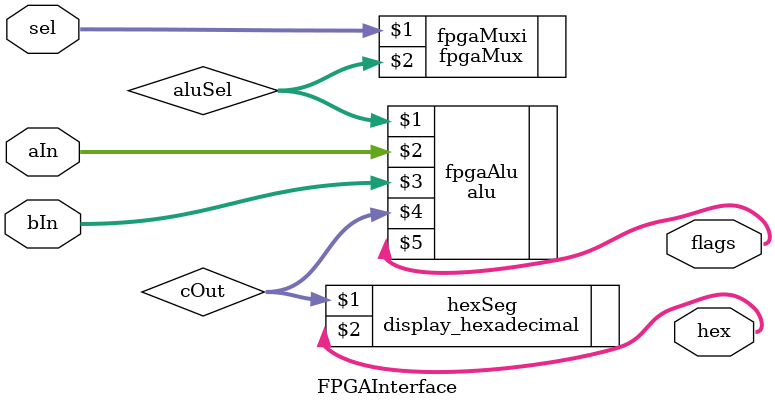
<source format=sv>
module FPGAInterface (
				input logic [3:0] aIn,
				input logic [3:0] bIn,
				input logic [5:0] sel,
				output logic [6:0] hex,
				output logic [3:0] flags);  // [ O, C, Z, N ]

logic [3:0] aluSel, cOut;
fpgaMux fpgaMuxi (sel, aluSel);
alu #(4) fpgaAlu (aluSel, aIn, bIn, cOut, flags);
display_hexadecimal hexSeg (cOut, hex);
endmodule
</source>
